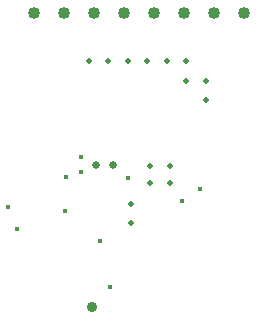
<source format=gbr>
%TF.GenerationSoftware,Altium Limited,Altium Designer,23.11.1 (41)*%
G04 Layer_Color=0*
%FSLAX45Y45*%
%MOMM*%
%TF.SameCoordinates,5032265D-FFA5-48D7-84AC-9FA15ADA4C2D*%
%TF.FilePolarity,Positive*%
%TF.FileFunction,Plated,1,2,PTH,Drill*%
%TF.Part,Single*%
G01*
G75*
%TA.AperFunction,ComponentDrill*%
%ADD46C,1.02000*%
%TA.AperFunction,ViaDrill,NotFilled*%
%ADD47C,0.38100*%
%ADD48C,0.50800*%
%ADD49C,0.88900*%
%ADD50C,0.63500*%
D46*
X-88900Y1308100D02*
D03*
X-850900D02*
D03*
X-596900D02*
D03*
X-342900D02*
D03*
X165100D02*
D03*
X419100D02*
D03*
X673100D02*
D03*
X927100D02*
D03*
D47*
X-990600Y-520700D02*
D03*
X-590095Y-371050D02*
D03*
X-1066800Y-330200D02*
D03*
X-292100Y-622300D02*
D03*
X552905Y-183150D02*
D03*
X-203200Y-1011200D02*
D03*
X406400Y-279400D02*
D03*
X-56695Y-91650D02*
D03*
X-577395Y-78950D02*
D03*
X-450395Y86150D02*
D03*
Y-40850D02*
D03*
D48*
X-221795Y898950D02*
D03*
X-56695D02*
D03*
X108405D02*
D03*
X273505D02*
D03*
X-31295Y-472650D02*
D03*
X298905Y-129750D02*
D03*
X438605Y733850D02*
D03*
X603705D02*
D03*
X438605Y898950D02*
D03*
X-386895D02*
D03*
X-31295Y-307550D02*
D03*
X133805Y-129750D02*
D03*
Y9950D02*
D03*
X298905D02*
D03*
X603705Y568750D02*
D03*
D49*
X-355600Y-1181100D02*
D03*
D50*
X-183695Y22650D02*
D03*
X-323395D02*
D03*
%TF.MD5,9a33728ff2a1afc3334ff42dfe8fe72a*%
M02*

</source>
